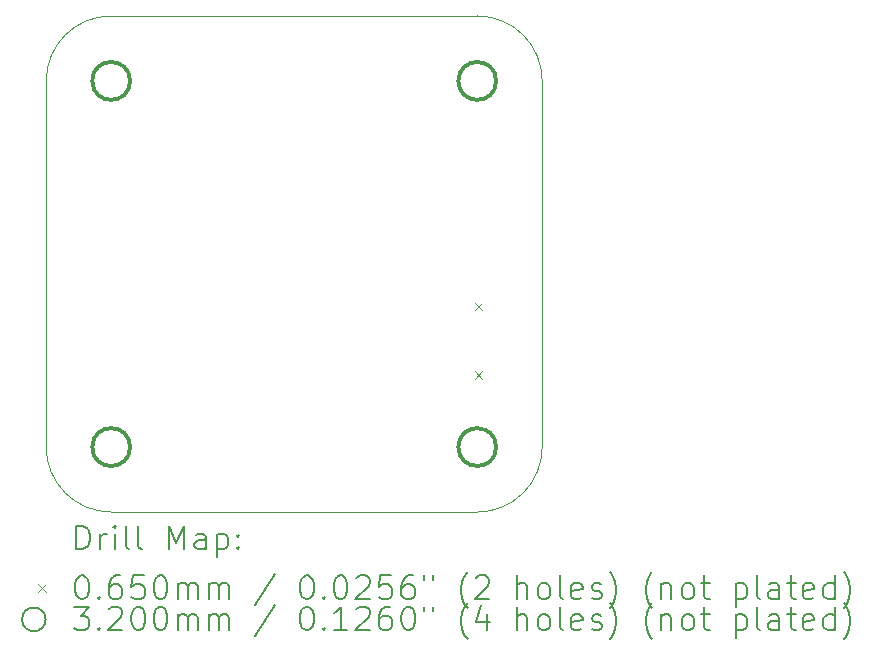
<source format=gbr>
%TF.GenerationSoftware,KiCad,Pcbnew,7.0.6*%
%TF.CreationDate,2024-02-29T20:21:02-05:00*%
%TF.ProjectId,Axis_Basic,41786973-5f42-4617-9369-632e6b696361,rev?*%
%TF.SameCoordinates,Original*%
%TF.FileFunction,Drillmap*%
%TF.FilePolarity,Positive*%
%FSLAX45Y45*%
G04 Gerber Fmt 4.5, Leading zero omitted, Abs format (unit mm)*
G04 Created by KiCad (PCBNEW 7.0.6) date 2024-02-29 20:21:02*
%MOMM*%
%LPD*%
G01*
G04 APERTURE LIST*
%ADD10C,0.100000*%
%ADD11C,0.200000*%
%ADD12C,0.065000*%
%ADD13C,0.320000*%
G04 APERTURE END LIST*
D10*
X12900000Y-11550000D02*
G75*
G03*
X13450000Y-12100000I550000J0D01*
G01*
X17100000Y-8450000D02*
G75*
G03*
X16550000Y-7900000I-550000J0D01*
G01*
X13450000Y-7900000D02*
G75*
G03*
X12900000Y-8450000I0J-550000D01*
G01*
X13450000Y-7900000D02*
X16550000Y-7900000D01*
X16550000Y-12100000D02*
G75*
G03*
X17100000Y-11550000I0J550000D01*
G01*
X17100000Y-8450000D02*
X17100000Y-11550000D01*
X16550000Y-12100000D02*
X13450000Y-12100000D01*
X12900000Y-11550000D02*
X12900000Y-8450000D01*
D11*
D12*
X16527000Y-10328500D02*
X16592000Y-10393500D01*
X16592000Y-10328500D02*
X16527000Y-10393500D01*
X16527000Y-10906500D02*
X16592000Y-10971500D01*
X16592000Y-10906500D02*
X16527000Y-10971500D01*
D13*
X13610000Y-8450000D02*
G75*
G03*
X13610000Y-8450000I-160000J0D01*
G01*
X13610000Y-11550000D02*
G75*
G03*
X13610000Y-11550000I-160000J0D01*
G01*
X16710000Y-8450000D02*
G75*
G03*
X16710000Y-8450000I-160000J0D01*
G01*
X16710000Y-11550000D02*
G75*
G03*
X16710000Y-11550000I-160000J0D01*
G01*
D11*
X13155777Y-12416484D02*
X13155777Y-12216484D01*
X13155777Y-12216484D02*
X13203396Y-12216484D01*
X13203396Y-12216484D02*
X13231967Y-12226008D01*
X13231967Y-12226008D02*
X13251015Y-12245055D01*
X13251015Y-12245055D02*
X13260539Y-12264103D01*
X13260539Y-12264103D02*
X13270062Y-12302198D01*
X13270062Y-12302198D02*
X13270062Y-12330769D01*
X13270062Y-12330769D02*
X13260539Y-12368865D01*
X13260539Y-12368865D02*
X13251015Y-12387912D01*
X13251015Y-12387912D02*
X13231967Y-12406960D01*
X13231967Y-12406960D02*
X13203396Y-12416484D01*
X13203396Y-12416484D02*
X13155777Y-12416484D01*
X13355777Y-12416484D02*
X13355777Y-12283150D01*
X13355777Y-12321246D02*
X13365301Y-12302198D01*
X13365301Y-12302198D02*
X13374824Y-12292674D01*
X13374824Y-12292674D02*
X13393872Y-12283150D01*
X13393872Y-12283150D02*
X13412920Y-12283150D01*
X13479586Y-12416484D02*
X13479586Y-12283150D01*
X13479586Y-12216484D02*
X13470062Y-12226008D01*
X13470062Y-12226008D02*
X13479586Y-12235531D01*
X13479586Y-12235531D02*
X13489110Y-12226008D01*
X13489110Y-12226008D02*
X13479586Y-12216484D01*
X13479586Y-12216484D02*
X13479586Y-12235531D01*
X13603396Y-12416484D02*
X13584348Y-12406960D01*
X13584348Y-12406960D02*
X13574824Y-12387912D01*
X13574824Y-12387912D02*
X13574824Y-12216484D01*
X13708158Y-12416484D02*
X13689110Y-12406960D01*
X13689110Y-12406960D02*
X13679586Y-12387912D01*
X13679586Y-12387912D02*
X13679586Y-12216484D01*
X13936729Y-12416484D02*
X13936729Y-12216484D01*
X13936729Y-12216484D02*
X14003396Y-12359341D01*
X14003396Y-12359341D02*
X14070062Y-12216484D01*
X14070062Y-12216484D02*
X14070062Y-12416484D01*
X14251015Y-12416484D02*
X14251015Y-12311722D01*
X14251015Y-12311722D02*
X14241491Y-12292674D01*
X14241491Y-12292674D02*
X14222443Y-12283150D01*
X14222443Y-12283150D02*
X14184348Y-12283150D01*
X14184348Y-12283150D02*
X14165301Y-12292674D01*
X14251015Y-12406960D02*
X14231967Y-12416484D01*
X14231967Y-12416484D02*
X14184348Y-12416484D01*
X14184348Y-12416484D02*
X14165301Y-12406960D01*
X14165301Y-12406960D02*
X14155777Y-12387912D01*
X14155777Y-12387912D02*
X14155777Y-12368865D01*
X14155777Y-12368865D02*
X14165301Y-12349817D01*
X14165301Y-12349817D02*
X14184348Y-12340293D01*
X14184348Y-12340293D02*
X14231967Y-12340293D01*
X14231967Y-12340293D02*
X14251015Y-12330769D01*
X14346253Y-12283150D02*
X14346253Y-12483150D01*
X14346253Y-12292674D02*
X14365301Y-12283150D01*
X14365301Y-12283150D02*
X14403396Y-12283150D01*
X14403396Y-12283150D02*
X14422443Y-12292674D01*
X14422443Y-12292674D02*
X14431967Y-12302198D01*
X14431967Y-12302198D02*
X14441491Y-12321246D01*
X14441491Y-12321246D02*
X14441491Y-12378388D01*
X14441491Y-12378388D02*
X14431967Y-12397436D01*
X14431967Y-12397436D02*
X14422443Y-12406960D01*
X14422443Y-12406960D02*
X14403396Y-12416484D01*
X14403396Y-12416484D02*
X14365301Y-12416484D01*
X14365301Y-12416484D02*
X14346253Y-12406960D01*
X14527205Y-12397436D02*
X14536729Y-12406960D01*
X14536729Y-12406960D02*
X14527205Y-12416484D01*
X14527205Y-12416484D02*
X14517682Y-12406960D01*
X14517682Y-12406960D02*
X14527205Y-12397436D01*
X14527205Y-12397436D02*
X14527205Y-12416484D01*
X14527205Y-12292674D02*
X14536729Y-12302198D01*
X14536729Y-12302198D02*
X14527205Y-12311722D01*
X14527205Y-12311722D02*
X14517682Y-12302198D01*
X14517682Y-12302198D02*
X14527205Y-12292674D01*
X14527205Y-12292674D02*
X14527205Y-12311722D01*
D12*
X12830000Y-12712500D02*
X12895000Y-12777500D01*
X12895000Y-12712500D02*
X12830000Y-12777500D01*
D11*
X13193872Y-12636484D02*
X13212920Y-12636484D01*
X13212920Y-12636484D02*
X13231967Y-12646008D01*
X13231967Y-12646008D02*
X13241491Y-12655531D01*
X13241491Y-12655531D02*
X13251015Y-12674579D01*
X13251015Y-12674579D02*
X13260539Y-12712674D01*
X13260539Y-12712674D02*
X13260539Y-12760293D01*
X13260539Y-12760293D02*
X13251015Y-12798388D01*
X13251015Y-12798388D02*
X13241491Y-12817436D01*
X13241491Y-12817436D02*
X13231967Y-12826960D01*
X13231967Y-12826960D02*
X13212920Y-12836484D01*
X13212920Y-12836484D02*
X13193872Y-12836484D01*
X13193872Y-12836484D02*
X13174824Y-12826960D01*
X13174824Y-12826960D02*
X13165301Y-12817436D01*
X13165301Y-12817436D02*
X13155777Y-12798388D01*
X13155777Y-12798388D02*
X13146253Y-12760293D01*
X13146253Y-12760293D02*
X13146253Y-12712674D01*
X13146253Y-12712674D02*
X13155777Y-12674579D01*
X13155777Y-12674579D02*
X13165301Y-12655531D01*
X13165301Y-12655531D02*
X13174824Y-12646008D01*
X13174824Y-12646008D02*
X13193872Y-12636484D01*
X13346253Y-12817436D02*
X13355777Y-12826960D01*
X13355777Y-12826960D02*
X13346253Y-12836484D01*
X13346253Y-12836484D02*
X13336729Y-12826960D01*
X13336729Y-12826960D02*
X13346253Y-12817436D01*
X13346253Y-12817436D02*
X13346253Y-12836484D01*
X13527205Y-12636484D02*
X13489110Y-12636484D01*
X13489110Y-12636484D02*
X13470062Y-12646008D01*
X13470062Y-12646008D02*
X13460539Y-12655531D01*
X13460539Y-12655531D02*
X13441491Y-12684103D01*
X13441491Y-12684103D02*
X13431967Y-12722198D01*
X13431967Y-12722198D02*
X13431967Y-12798388D01*
X13431967Y-12798388D02*
X13441491Y-12817436D01*
X13441491Y-12817436D02*
X13451015Y-12826960D01*
X13451015Y-12826960D02*
X13470062Y-12836484D01*
X13470062Y-12836484D02*
X13508158Y-12836484D01*
X13508158Y-12836484D02*
X13527205Y-12826960D01*
X13527205Y-12826960D02*
X13536729Y-12817436D01*
X13536729Y-12817436D02*
X13546253Y-12798388D01*
X13546253Y-12798388D02*
X13546253Y-12750769D01*
X13546253Y-12750769D02*
X13536729Y-12731722D01*
X13536729Y-12731722D02*
X13527205Y-12722198D01*
X13527205Y-12722198D02*
X13508158Y-12712674D01*
X13508158Y-12712674D02*
X13470062Y-12712674D01*
X13470062Y-12712674D02*
X13451015Y-12722198D01*
X13451015Y-12722198D02*
X13441491Y-12731722D01*
X13441491Y-12731722D02*
X13431967Y-12750769D01*
X13727205Y-12636484D02*
X13631967Y-12636484D01*
X13631967Y-12636484D02*
X13622443Y-12731722D01*
X13622443Y-12731722D02*
X13631967Y-12722198D01*
X13631967Y-12722198D02*
X13651015Y-12712674D01*
X13651015Y-12712674D02*
X13698634Y-12712674D01*
X13698634Y-12712674D02*
X13717682Y-12722198D01*
X13717682Y-12722198D02*
X13727205Y-12731722D01*
X13727205Y-12731722D02*
X13736729Y-12750769D01*
X13736729Y-12750769D02*
X13736729Y-12798388D01*
X13736729Y-12798388D02*
X13727205Y-12817436D01*
X13727205Y-12817436D02*
X13717682Y-12826960D01*
X13717682Y-12826960D02*
X13698634Y-12836484D01*
X13698634Y-12836484D02*
X13651015Y-12836484D01*
X13651015Y-12836484D02*
X13631967Y-12826960D01*
X13631967Y-12826960D02*
X13622443Y-12817436D01*
X13860539Y-12636484D02*
X13879586Y-12636484D01*
X13879586Y-12636484D02*
X13898634Y-12646008D01*
X13898634Y-12646008D02*
X13908158Y-12655531D01*
X13908158Y-12655531D02*
X13917682Y-12674579D01*
X13917682Y-12674579D02*
X13927205Y-12712674D01*
X13927205Y-12712674D02*
X13927205Y-12760293D01*
X13927205Y-12760293D02*
X13917682Y-12798388D01*
X13917682Y-12798388D02*
X13908158Y-12817436D01*
X13908158Y-12817436D02*
X13898634Y-12826960D01*
X13898634Y-12826960D02*
X13879586Y-12836484D01*
X13879586Y-12836484D02*
X13860539Y-12836484D01*
X13860539Y-12836484D02*
X13841491Y-12826960D01*
X13841491Y-12826960D02*
X13831967Y-12817436D01*
X13831967Y-12817436D02*
X13822443Y-12798388D01*
X13822443Y-12798388D02*
X13812920Y-12760293D01*
X13812920Y-12760293D02*
X13812920Y-12712674D01*
X13812920Y-12712674D02*
X13822443Y-12674579D01*
X13822443Y-12674579D02*
X13831967Y-12655531D01*
X13831967Y-12655531D02*
X13841491Y-12646008D01*
X13841491Y-12646008D02*
X13860539Y-12636484D01*
X14012920Y-12836484D02*
X14012920Y-12703150D01*
X14012920Y-12722198D02*
X14022443Y-12712674D01*
X14022443Y-12712674D02*
X14041491Y-12703150D01*
X14041491Y-12703150D02*
X14070063Y-12703150D01*
X14070063Y-12703150D02*
X14089110Y-12712674D01*
X14089110Y-12712674D02*
X14098634Y-12731722D01*
X14098634Y-12731722D02*
X14098634Y-12836484D01*
X14098634Y-12731722D02*
X14108158Y-12712674D01*
X14108158Y-12712674D02*
X14127205Y-12703150D01*
X14127205Y-12703150D02*
X14155777Y-12703150D01*
X14155777Y-12703150D02*
X14174824Y-12712674D01*
X14174824Y-12712674D02*
X14184348Y-12731722D01*
X14184348Y-12731722D02*
X14184348Y-12836484D01*
X14279586Y-12836484D02*
X14279586Y-12703150D01*
X14279586Y-12722198D02*
X14289110Y-12712674D01*
X14289110Y-12712674D02*
X14308158Y-12703150D01*
X14308158Y-12703150D02*
X14336729Y-12703150D01*
X14336729Y-12703150D02*
X14355777Y-12712674D01*
X14355777Y-12712674D02*
X14365301Y-12731722D01*
X14365301Y-12731722D02*
X14365301Y-12836484D01*
X14365301Y-12731722D02*
X14374824Y-12712674D01*
X14374824Y-12712674D02*
X14393872Y-12703150D01*
X14393872Y-12703150D02*
X14422443Y-12703150D01*
X14422443Y-12703150D02*
X14441491Y-12712674D01*
X14441491Y-12712674D02*
X14451015Y-12731722D01*
X14451015Y-12731722D02*
X14451015Y-12836484D01*
X14841491Y-12626960D02*
X14670063Y-12884103D01*
X15098634Y-12636484D02*
X15117682Y-12636484D01*
X15117682Y-12636484D02*
X15136729Y-12646008D01*
X15136729Y-12646008D02*
X15146253Y-12655531D01*
X15146253Y-12655531D02*
X15155777Y-12674579D01*
X15155777Y-12674579D02*
X15165301Y-12712674D01*
X15165301Y-12712674D02*
X15165301Y-12760293D01*
X15165301Y-12760293D02*
X15155777Y-12798388D01*
X15155777Y-12798388D02*
X15146253Y-12817436D01*
X15146253Y-12817436D02*
X15136729Y-12826960D01*
X15136729Y-12826960D02*
X15117682Y-12836484D01*
X15117682Y-12836484D02*
X15098634Y-12836484D01*
X15098634Y-12836484D02*
X15079586Y-12826960D01*
X15079586Y-12826960D02*
X15070063Y-12817436D01*
X15070063Y-12817436D02*
X15060539Y-12798388D01*
X15060539Y-12798388D02*
X15051015Y-12760293D01*
X15051015Y-12760293D02*
X15051015Y-12712674D01*
X15051015Y-12712674D02*
X15060539Y-12674579D01*
X15060539Y-12674579D02*
X15070063Y-12655531D01*
X15070063Y-12655531D02*
X15079586Y-12646008D01*
X15079586Y-12646008D02*
X15098634Y-12636484D01*
X15251015Y-12817436D02*
X15260539Y-12826960D01*
X15260539Y-12826960D02*
X15251015Y-12836484D01*
X15251015Y-12836484D02*
X15241491Y-12826960D01*
X15241491Y-12826960D02*
X15251015Y-12817436D01*
X15251015Y-12817436D02*
X15251015Y-12836484D01*
X15384348Y-12636484D02*
X15403396Y-12636484D01*
X15403396Y-12636484D02*
X15422444Y-12646008D01*
X15422444Y-12646008D02*
X15431967Y-12655531D01*
X15431967Y-12655531D02*
X15441491Y-12674579D01*
X15441491Y-12674579D02*
X15451015Y-12712674D01*
X15451015Y-12712674D02*
X15451015Y-12760293D01*
X15451015Y-12760293D02*
X15441491Y-12798388D01*
X15441491Y-12798388D02*
X15431967Y-12817436D01*
X15431967Y-12817436D02*
X15422444Y-12826960D01*
X15422444Y-12826960D02*
X15403396Y-12836484D01*
X15403396Y-12836484D02*
X15384348Y-12836484D01*
X15384348Y-12836484D02*
X15365301Y-12826960D01*
X15365301Y-12826960D02*
X15355777Y-12817436D01*
X15355777Y-12817436D02*
X15346253Y-12798388D01*
X15346253Y-12798388D02*
X15336729Y-12760293D01*
X15336729Y-12760293D02*
X15336729Y-12712674D01*
X15336729Y-12712674D02*
X15346253Y-12674579D01*
X15346253Y-12674579D02*
X15355777Y-12655531D01*
X15355777Y-12655531D02*
X15365301Y-12646008D01*
X15365301Y-12646008D02*
X15384348Y-12636484D01*
X15527206Y-12655531D02*
X15536729Y-12646008D01*
X15536729Y-12646008D02*
X15555777Y-12636484D01*
X15555777Y-12636484D02*
X15603396Y-12636484D01*
X15603396Y-12636484D02*
X15622444Y-12646008D01*
X15622444Y-12646008D02*
X15631967Y-12655531D01*
X15631967Y-12655531D02*
X15641491Y-12674579D01*
X15641491Y-12674579D02*
X15641491Y-12693627D01*
X15641491Y-12693627D02*
X15631967Y-12722198D01*
X15631967Y-12722198D02*
X15517682Y-12836484D01*
X15517682Y-12836484D02*
X15641491Y-12836484D01*
X15822444Y-12636484D02*
X15727206Y-12636484D01*
X15727206Y-12636484D02*
X15717682Y-12731722D01*
X15717682Y-12731722D02*
X15727206Y-12722198D01*
X15727206Y-12722198D02*
X15746253Y-12712674D01*
X15746253Y-12712674D02*
X15793872Y-12712674D01*
X15793872Y-12712674D02*
X15812920Y-12722198D01*
X15812920Y-12722198D02*
X15822444Y-12731722D01*
X15822444Y-12731722D02*
X15831967Y-12750769D01*
X15831967Y-12750769D02*
X15831967Y-12798388D01*
X15831967Y-12798388D02*
X15822444Y-12817436D01*
X15822444Y-12817436D02*
X15812920Y-12826960D01*
X15812920Y-12826960D02*
X15793872Y-12836484D01*
X15793872Y-12836484D02*
X15746253Y-12836484D01*
X15746253Y-12836484D02*
X15727206Y-12826960D01*
X15727206Y-12826960D02*
X15717682Y-12817436D01*
X16003396Y-12636484D02*
X15965301Y-12636484D01*
X15965301Y-12636484D02*
X15946253Y-12646008D01*
X15946253Y-12646008D02*
X15936729Y-12655531D01*
X15936729Y-12655531D02*
X15917682Y-12684103D01*
X15917682Y-12684103D02*
X15908158Y-12722198D01*
X15908158Y-12722198D02*
X15908158Y-12798388D01*
X15908158Y-12798388D02*
X15917682Y-12817436D01*
X15917682Y-12817436D02*
X15927206Y-12826960D01*
X15927206Y-12826960D02*
X15946253Y-12836484D01*
X15946253Y-12836484D02*
X15984348Y-12836484D01*
X15984348Y-12836484D02*
X16003396Y-12826960D01*
X16003396Y-12826960D02*
X16012920Y-12817436D01*
X16012920Y-12817436D02*
X16022444Y-12798388D01*
X16022444Y-12798388D02*
X16022444Y-12750769D01*
X16022444Y-12750769D02*
X16012920Y-12731722D01*
X16012920Y-12731722D02*
X16003396Y-12722198D01*
X16003396Y-12722198D02*
X15984348Y-12712674D01*
X15984348Y-12712674D02*
X15946253Y-12712674D01*
X15946253Y-12712674D02*
X15927206Y-12722198D01*
X15927206Y-12722198D02*
X15917682Y-12731722D01*
X15917682Y-12731722D02*
X15908158Y-12750769D01*
X16098634Y-12636484D02*
X16098634Y-12674579D01*
X16174825Y-12636484D02*
X16174825Y-12674579D01*
X16470063Y-12912674D02*
X16460539Y-12903150D01*
X16460539Y-12903150D02*
X16441491Y-12874579D01*
X16441491Y-12874579D02*
X16431968Y-12855531D01*
X16431968Y-12855531D02*
X16422444Y-12826960D01*
X16422444Y-12826960D02*
X16412920Y-12779341D01*
X16412920Y-12779341D02*
X16412920Y-12741246D01*
X16412920Y-12741246D02*
X16422444Y-12693627D01*
X16422444Y-12693627D02*
X16431968Y-12665055D01*
X16431968Y-12665055D02*
X16441491Y-12646008D01*
X16441491Y-12646008D02*
X16460539Y-12617436D01*
X16460539Y-12617436D02*
X16470063Y-12607912D01*
X16536729Y-12655531D02*
X16546253Y-12646008D01*
X16546253Y-12646008D02*
X16565301Y-12636484D01*
X16565301Y-12636484D02*
X16612920Y-12636484D01*
X16612920Y-12636484D02*
X16631968Y-12646008D01*
X16631968Y-12646008D02*
X16641491Y-12655531D01*
X16641491Y-12655531D02*
X16651015Y-12674579D01*
X16651015Y-12674579D02*
X16651015Y-12693627D01*
X16651015Y-12693627D02*
X16641491Y-12722198D01*
X16641491Y-12722198D02*
X16527206Y-12836484D01*
X16527206Y-12836484D02*
X16651015Y-12836484D01*
X16889111Y-12836484D02*
X16889111Y-12636484D01*
X16974825Y-12836484D02*
X16974825Y-12731722D01*
X16974825Y-12731722D02*
X16965301Y-12712674D01*
X16965301Y-12712674D02*
X16946253Y-12703150D01*
X16946253Y-12703150D02*
X16917682Y-12703150D01*
X16917682Y-12703150D02*
X16898634Y-12712674D01*
X16898634Y-12712674D02*
X16889111Y-12722198D01*
X17098634Y-12836484D02*
X17079587Y-12826960D01*
X17079587Y-12826960D02*
X17070063Y-12817436D01*
X17070063Y-12817436D02*
X17060539Y-12798388D01*
X17060539Y-12798388D02*
X17060539Y-12741246D01*
X17060539Y-12741246D02*
X17070063Y-12722198D01*
X17070063Y-12722198D02*
X17079587Y-12712674D01*
X17079587Y-12712674D02*
X17098634Y-12703150D01*
X17098634Y-12703150D02*
X17127206Y-12703150D01*
X17127206Y-12703150D02*
X17146253Y-12712674D01*
X17146253Y-12712674D02*
X17155777Y-12722198D01*
X17155777Y-12722198D02*
X17165301Y-12741246D01*
X17165301Y-12741246D02*
X17165301Y-12798388D01*
X17165301Y-12798388D02*
X17155777Y-12817436D01*
X17155777Y-12817436D02*
X17146253Y-12826960D01*
X17146253Y-12826960D02*
X17127206Y-12836484D01*
X17127206Y-12836484D02*
X17098634Y-12836484D01*
X17279587Y-12836484D02*
X17260539Y-12826960D01*
X17260539Y-12826960D02*
X17251015Y-12807912D01*
X17251015Y-12807912D02*
X17251015Y-12636484D01*
X17431968Y-12826960D02*
X17412920Y-12836484D01*
X17412920Y-12836484D02*
X17374825Y-12836484D01*
X17374825Y-12836484D02*
X17355777Y-12826960D01*
X17355777Y-12826960D02*
X17346253Y-12807912D01*
X17346253Y-12807912D02*
X17346253Y-12731722D01*
X17346253Y-12731722D02*
X17355777Y-12712674D01*
X17355777Y-12712674D02*
X17374825Y-12703150D01*
X17374825Y-12703150D02*
X17412920Y-12703150D01*
X17412920Y-12703150D02*
X17431968Y-12712674D01*
X17431968Y-12712674D02*
X17441492Y-12731722D01*
X17441492Y-12731722D02*
X17441492Y-12750769D01*
X17441492Y-12750769D02*
X17346253Y-12769817D01*
X17517682Y-12826960D02*
X17536730Y-12836484D01*
X17536730Y-12836484D02*
X17574825Y-12836484D01*
X17574825Y-12836484D02*
X17593873Y-12826960D01*
X17593873Y-12826960D02*
X17603396Y-12807912D01*
X17603396Y-12807912D02*
X17603396Y-12798388D01*
X17603396Y-12798388D02*
X17593873Y-12779341D01*
X17593873Y-12779341D02*
X17574825Y-12769817D01*
X17574825Y-12769817D02*
X17546253Y-12769817D01*
X17546253Y-12769817D02*
X17527206Y-12760293D01*
X17527206Y-12760293D02*
X17517682Y-12741246D01*
X17517682Y-12741246D02*
X17517682Y-12731722D01*
X17517682Y-12731722D02*
X17527206Y-12712674D01*
X17527206Y-12712674D02*
X17546253Y-12703150D01*
X17546253Y-12703150D02*
X17574825Y-12703150D01*
X17574825Y-12703150D02*
X17593873Y-12712674D01*
X17670063Y-12912674D02*
X17679587Y-12903150D01*
X17679587Y-12903150D02*
X17698634Y-12874579D01*
X17698634Y-12874579D02*
X17708158Y-12855531D01*
X17708158Y-12855531D02*
X17717682Y-12826960D01*
X17717682Y-12826960D02*
X17727206Y-12779341D01*
X17727206Y-12779341D02*
X17727206Y-12741246D01*
X17727206Y-12741246D02*
X17717682Y-12693627D01*
X17717682Y-12693627D02*
X17708158Y-12665055D01*
X17708158Y-12665055D02*
X17698634Y-12646008D01*
X17698634Y-12646008D02*
X17679587Y-12617436D01*
X17679587Y-12617436D02*
X17670063Y-12607912D01*
X18031968Y-12912674D02*
X18022444Y-12903150D01*
X18022444Y-12903150D02*
X18003396Y-12874579D01*
X18003396Y-12874579D02*
X17993873Y-12855531D01*
X17993873Y-12855531D02*
X17984349Y-12826960D01*
X17984349Y-12826960D02*
X17974825Y-12779341D01*
X17974825Y-12779341D02*
X17974825Y-12741246D01*
X17974825Y-12741246D02*
X17984349Y-12693627D01*
X17984349Y-12693627D02*
X17993873Y-12665055D01*
X17993873Y-12665055D02*
X18003396Y-12646008D01*
X18003396Y-12646008D02*
X18022444Y-12617436D01*
X18022444Y-12617436D02*
X18031968Y-12607912D01*
X18108158Y-12703150D02*
X18108158Y-12836484D01*
X18108158Y-12722198D02*
X18117682Y-12712674D01*
X18117682Y-12712674D02*
X18136730Y-12703150D01*
X18136730Y-12703150D02*
X18165301Y-12703150D01*
X18165301Y-12703150D02*
X18184349Y-12712674D01*
X18184349Y-12712674D02*
X18193873Y-12731722D01*
X18193873Y-12731722D02*
X18193873Y-12836484D01*
X18317682Y-12836484D02*
X18298634Y-12826960D01*
X18298634Y-12826960D02*
X18289111Y-12817436D01*
X18289111Y-12817436D02*
X18279587Y-12798388D01*
X18279587Y-12798388D02*
X18279587Y-12741246D01*
X18279587Y-12741246D02*
X18289111Y-12722198D01*
X18289111Y-12722198D02*
X18298634Y-12712674D01*
X18298634Y-12712674D02*
X18317682Y-12703150D01*
X18317682Y-12703150D02*
X18346254Y-12703150D01*
X18346254Y-12703150D02*
X18365301Y-12712674D01*
X18365301Y-12712674D02*
X18374825Y-12722198D01*
X18374825Y-12722198D02*
X18384349Y-12741246D01*
X18384349Y-12741246D02*
X18384349Y-12798388D01*
X18384349Y-12798388D02*
X18374825Y-12817436D01*
X18374825Y-12817436D02*
X18365301Y-12826960D01*
X18365301Y-12826960D02*
X18346254Y-12836484D01*
X18346254Y-12836484D02*
X18317682Y-12836484D01*
X18441492Y-12703150D02*
X18517682Y-12703150D01*
X18470063Y-12636484D02*
X18470063Y-12807912D01*
X18470063Y-12807912D02*
X18479587Y-12826960D01*
X18479587Y-12826960D02*
X18498634Y-12836484D01*
X18498634Y-12836484D02*
X18517682Y-12836484D01*
X18736730Y-12703150D02*
X18736730Y-12903150D01*
X18736730Y-12712674D02*
X18755777Y-12703150D01*
X18755777Y-12703150D02*
X18793873Y-12703150D01*
X18793873Y-12703150D02*
X18812920Y-12712674D01*
X18812920Y-12712674D02*
X18822444Y-12722198D01*
X18822444Y-12722198D02*
X18831968Y-12741246D01*
X18831968Y-12741246D02*
X18831968Y-12798388D01*
X18831968Y-12798388D02*
X18822444Y-12817436D01*
X18822444Y-12817436D02*
X18812920Y-12826960D01*
X18812920Y-12826960D02*
X18793873Y-12836484D01*
X18793873Y-12836484D02*
X18755777Y-12836484D01*
X18755777Y-12836484D02*
X18736730Y-12826960D01*
X18946254Y-12836484D02*
X18927206Y-12826960D01*
X18927206Y-12826960D02*
X18917682Y-12807912D01*
X18917682Y-12807912D02*
X18917682Y-12636484D01*
X19108158Y-12836484D02*
X19108158Y-12731722D01*
X19108158Y-12731722D02*
X19098635Y-12712674D01*
X19098635Y-12712674D02*
X19079587Y-12703150D01*
X19079587Y-12703150D02*
X19041492Y-12703150D01*
X19041492Y-12703150D02*
X19022444Y-12712674D01*
X19108158Y-12826960D02*
X19089111Y-12836484D01*
X19089111Y-12836484D02*
X19041492Y-12836484D01*
X19041492Y-12836484D02*
X19022444Y-12826960D01*
X19022444Y-12826960D02*
X19012920Y-12807912D01*
X19012920Y-12807912D02*
X19012920Y-12788865D01*
X19012920Y-12788865D02*
X19022444Y-12769817D01*
X19022444Y-12769817D02*
X19041492Y-12760293D01*
X19041492Y-12760293D02*
X19089111Y-12760293D01*
X19089111Y-12760293D02*
X19108158Y-12750769D01*
X19174825Y-12703150D02*
X19251015Y-12703150D01*
X19203396Y-12636484D02*
X19203396Y-12807912D01*
X19203396Y-12807912D02*
X19212920Y-12826960D01*
X19212920Y-12826960D02*
X19231968Y-12836484D01*
X19231968Y-12836484D02*
X19251015Y-12836484D01*
X19393873Y-12826960D02*
X19374825Y-12836484D01*
X19374825Y-12836484D02*
X19336730Y-12836484D01*
X19336730Y-12836484D02*
X19317682Y-12826960D01*
X19317682Y-12826960D02*
X19308158Y-12807912D01*
X19308158Y-12807912D02*
X19308158Y-12731722D01*
X19308158Y-12731722D02*
X19317682Y-12712674D01*
X19317682Y-12712674D02*
X19336730Y-12703150D01*
X19336730Y-12703150D02*
X19374825Y-12703150D01*
X19374825Y-12703150D02*
X19393873Y-12712674D01*
X19393873Y-12712674D02*
X19403396Y-12731722D01*
X19403396Y-12731722D02*
X19403396Y-12750769D01*
X19403396Y-12750769D02*
X19308158Y-12769817D01*
X19574825Y-12836484D02*
X19574825Y-12636484D01*
X19574825Y-12826960D02*
X19555777Y-12836484D01*
X19555777Y-12836484D02*
X19517682Y-12836484D01*
X19517682Y-12836484D02*
X19498635Y-12826960D01*
X19498635Y-12826960D02*
X19489111Y-12817436D01*
X19489111Y-12817436D02*
X19479587Y-12798388D01*
X19479587Y-12798388D02*
X19479587Y-12741246D01*
X19479587Y-12741246D02*
X19489111Y-12722198D01*
X19489111Y-12722198D02*
X19498635Y-12712674D01*
X19498635Y-12712674D02*
X19517682Y-12703150D01*
X19517682Y-12703150D02*
X19555777Y-12703150D01*
X19555777Y-12703150D02*
X19574825Y-12712674D01*
X19651016Y-12912674D02*
X19660539Y-12903150D01*
X19660539Y-12903150D02*
X19679587Y-12874579D01*
X19679587Y-12874579D02*
X19689111Y-12855531D01*
X19689111Y-12855531D02*
X19698635Y-12826960D01*
X19698635Y-12826960D02*
X19708158Y-12779341D01*
X19708158Y-12779341D02*
X19708158Y-12741246D01*
X19708158Y-12741246D02*
X19698635Y-12693627D01*
X19698635Y-12693627D02*
X19689111Y-12665055D01*
X19689111Y-12665055D02*
X19679587Y-12646008D01*
X19679587Y-12646008D02*
X19660539Y-12617436D01*
X19660539Y-12617436D02*
X19651016Y-12607912D01*
X12895000Y-13009000D02*
G75*
G03*
X12895000Y-13009000I-100000J0D01*
G01*
X13136729Y-12900484D02*
X13260539Y-12900484D01*
X13260539Y-12900484D02*
X13193872Y-12976674D01*
X13193872Y-12976674D02*
X13222443Y-12976674D01*
X13222443Y-12976674D02*
X13241491Y-12986198D01*
X13241491Y-12986198D02*
X13251015Y-12995722D01*
X13251015Y-12995722D02*
X13260539Y-13014769D01*
X13260539Y-13014769D02*
X13260539Y-13062388D01*
X13260539Y-13062388D02*
X13251015Y-13081436D01*
X13251015Y-13081436D02*
X13241491Y-13090960D01*
X13241491Y-13090960D02*
X13222443Y-13100484D01*
X13222443Y-13100484D02*
X13165301Y-13100484D01*
X13165301Y-13100484D02*
X13146253Y-13090960D01*
X13146253Y-13090960D02*
X13136729Y-13081436D01*
X13346253Y-13081436D02*
X13355777Y-13090960D01*
X13355777Y-13090960D02*
X13346253Y-13100484D01*
X13346253Y-13100484D02*
X13336729Y-13090960D01*
X13336729Y-13090960D02*
X13346253Y-13081436D01*
X13346253Y-13081436D02*
X13346253Y-13100484D01*
X13431967Y-12919531D02*
X13441491Y-12910008D01*
X13441491Y-12910008D02*
X13460539Y-12900484D01*
X13460539Y-12900484D02*
X13508158Y-12900484D01*
X13508158Y-12900484D02*
X13527205Y-12910008D01*
X13527205Y-12910008D02*
X13536729Y-12919531D01*
X13536729Y-12919531D02*
X13546253Y-12938579D01*
X13546253Y-12938579D02*
X13546253Y-12957627D01*
X13546253Y-12957627D02*
X13536729Y-12986198D01*
X13536729Y-12986198D02*
X13422443Y-13100484D01*
X13422443Y-13100484D02*
X13546253Y-13100484D01*
X13670062Y-12900484D02*
X13689110Y-12900484D01*
X13689110Y-12900484D02*
X13708158Y-12910008D01*
X13708158Y-12910008D02*
X13717682Y-12919531D01*
X13717682Y-12919531D02*
X13727205Y-12938579D01*
X13727205Y-12938579D02*
X13736729Y-12976674D01*
X13736729Y-12976674D02*
X13736729Y-13024293D01*
X13736729Y-13024293D02*
X13727205Y-13062388D01*
X13727205Y-13062388D02*
X13717682Y-13081436D01*
X13717682Y-13081436D02*
X13708158Y-13090960D01*
X13708158Y-13090960D02*
X13689110Y-13100484D01*
X13689110Y-13100484D02*
X13670062Y-13100484D01*
X13670062Y-13100484D02*
X13651015Y-13090960D01*
X13651015Y-13090960D02*
X13641491Y-13081436D01*
X13641491Y-13081436D02*
X13631967Y-13062388D01*
X13631967Y-13062388D02*
X13622443Y-13024293D01*
X13622443Y-13024293D02*
X13622443Y-12976674D01*
X13622443Y-12976674D02*
X13631967Y-12938579D01*
X13631967Y-12938579D02*
X13641491Y-12919531D01*
X13641491Y-12919531D02*
X13651015Y-12910008D01*
X13651015Y-12910008D02*
X13670062Y-12900484D01*
X13860539Y-12900484D02*
X13879586Y-12900484D01*
X13879586Y-12900484D02*
X13898634Y-12910008D01*
X13898634Y-12910008D02*
X13908158Y-12919531D01*
X13908158Y-12919531D02*
X13917682Y-12938579D01*
X13917682Y-12938579D02*
X13927205Y-12976674D01*
X13927205Y-12976674D02*
X13927205Y-13024293D01*
X13927205Y-13024293D02*
X13917682Y-13062388D01*
X13917682Y-13062388D02*
X13908158Y-13081436D01*
X13908158Y-13081436D02*
X13898634Y-13090960D01*
X13898634Y-13090960D02*
X13879586Y-13100484D01*
X13879586Y-13100484D02*
X13860539Y-13100484D01*
X13860539Y-13100484D02*
X13841491Y-13090960D01*
X13841491Y-13090960D02*
X13831967Y-13081436D01*
X13831967Y-13081436D02*
X13822443Y-13062388D01*
X13822443Y-13062388D02*
X13812920Y-13024293D01*
X13812920Y-13024293D02*
X13812920Y-12976674D01*
X13812920Y-12976674D02*
X13822443Y-12938579D01*
X13822443Y-12938579D02*
X13831967Y-12919531D01*
X13831967Y-12919531D02*
X13841491Y-12910008D01*
X13841491Y-12910008D02*
X13860539Y-12900484D01*
X14012920Y-13100484D02*
X14012920Y-12967150D01*
X14012920Y-12986198D02*
X14022443Y-12976674D01*
X14022443Y-12976674D02*
X14041491Y-12967150D01*
X14041491Y-12967150D02*
X14070063Y-12967150D01*
X14070063Y-12967150D02*
X14089110Y-12976674D01*
X14089110Y-12976674D02*
X14098634Y-12995722D01*
X14098634Y-12995722D02*
X14098634Y-13100484D01*
X14098634Y-12995722D02*
X14108158Y-12976674D01*
X14108158Y-12976674D02*
X14127205Y-12967150D01*
X14127205Y-12967150D02*
X14155777Y-12967150D01*
X14155777Y-12967150D02*
X14174824Y-12976674D01*
X14174824Y-12976674D02*
X14184348Y-12995722D01*
X14184348Y-12995722D02*
X14184348Y-13100484D01*
X14279586Y-13100484D02*
X14279586Y-12967150D01*
X14279586Y-12986198D02*
X14289110Y-12976674D01*
X14289110Y-12976674D02*
X14308158Y-12967150D01*
X14308158Y-12967150D02*
X14336729Y-12967150D01*
X14336729Y-12967150D02*
X14355777Y-12976674D01*
X14355777Y-12976674D02*
X14365301Y-12995722D01*
X14365301Y-12995722D02*
X14365301Y-13100484D01*
X14365301Y-12995722D02*
X14374824Y-12976674D01*
X14374824Y-12976674D02*
X14393872Y-12967150D01*
X14393872Y-12967150D02*
X14422443Y-12967150D01*
X14422443Y-12967150D02*
X14441491Y-12976674D01*
X14441491Y-12976674D02*
X14451015Y-12995722D01*
X14451015Y-12995722D02*
X14451015Y-13100484D01*
X14841491Y-12890960D02*
X14670063Y-13148103D01*
X15098634Y-12900484D02*
X15117682Y-12900484D01*
X15117682Y-12900484D02*
X15136729Y-12910008D01*
X15136729Y-12910008D02*
X15146253Y-12919531D01*
X15146253Y-12919531D02*
X15155777Y-12938579D01*
X15155777Y-12938579D02*
X15165301Y-12976674D01*
X15165301Y-12976674D02*
X15165301Y-13024293D01*
X15165301Y-13024293D02*
X15155777Y-13062388D01*
X15155777Y-13062388D02*
X15146253Y-13081436D01*
X15146253Y-13081436D02*
X15136729Y-13090960D01*
X15136729Y-13090960D02*
X15117682Y-13100484D01*
X15117682Y-13100484D02*
X15098634Y-13100484D01*
X15098634Y-13100484D02*
X15079586Y-13090960D01*
X15079586Y-13090960D02*
X15070063Y-13081436D01*
X15070063Y-13081436D02*
X15060539Y-13062388D01*
X15060539Y-13062388D02*
X15051015Y-13024293D01*
X15051015Y-13024293D02*
X15051015Y-12976674D01*
X15051015Y-12976674D02*
X15060539Y-12938579D01*
X15060539Y-12938579D02*
X15070063Y-12919531D01*
X15070063Y-12919531D02*
X15079586Y-12910008D01*
X15079586Y-12910008D02*
X15098634Y-12900484D01*
X15251015Y-13081436D02*
X15260539Y-13090960D01*
X15260539Y-13090960D02*
X15251015Y-13100484D01*
X15251015Y-13100484D02*
X15241491Y-13090960D01*
X15241491Y-13090960D02*
X15251015Y-13081436D01*
X15251015Y-13081436D02*
X15251015Y-13100484D01*
X15451015Y-13100484D02*
X15336729Y-13100484D01*
X15393872Y-13100484D02*
X15393872Y-12900484D01*
X15393872Y-12900484D02*
X15374825Y-12929055D01*
X15374825Y-12929055D02*
X15355777Y-12948103D01*
X15355777Y-12948103D02*
X15336729Y-12957627D01*
X15527206Y-12919531D02*
X15536729Y-12910008D01*
X15536729Y-12910008D02*
X15555777Y-12900484D01*
X15555777Y-12900484D02*
X15603396Y-12900484D01*
X15603396Y-12900484D02*
X15622444Y-12910008D01*
X15622444Y-12910008D02*
X15631967Y-12919531D01*
X15631967Y-12919531D02*
X15641491Y-12938579D01*
X15641491Y-12938579D02*
X15641491Y-12957627D01*
X15641491Y-12957627D02*
X15631967Y-12986198D01*
X15631967Y-12986198D02*
X15517682Y-13100484D01*
X15517682Y-13100484D02*
X15641491Y-13100484D01*
X15812920Y-12900484D02*
X15774825Y-12900484D01*
X15774825Y-12900484D02*
X15755777Y-12910008D01*
X15755777Y-12910008D02*
X15746253Y-12919531D01*
X15746253Y-12919531D02*
X15727206Y-12948103D01*
X15727206Y-12948103D02*
X15717682Y-12986198D01*
X15717682Y-12986198D02*
X15717682Y-13062388D01*
X15717682Y-13062388D02*
X15727206Y-13081436D01*
X15727206Y-13081436D02*
X15736729Y-13090960D01*
X15736729Y-13090960D02*
X15755777Y-13100484D01*
X15755777Y-13100484D02*
X15793872Y-13100484D01*
X15793872Y-13100484D02*
X15812920Y-13090960D01*
X15812920Y-13090960D02*
X15822444Y-13081436D01*
X15822444Y-13081436D02*
X15831967Y-13062388D01*
X15831967Y-13062388D02*
X15831967Y-13014769D01*
X15831967Y-13014769D02*
X15822444Y-12995722D01*
X15822444Y-12995722D02*
X15812920Y-12986198D01*
X15812920Y-12986198D02*
X15793872Y-12976674D01*
X15793872Y-12976674D02*
X15755777Y-12976674D01*
X15755777Y-12976674D02*
X15736729Y-12986198D01*
X15736729Y-12986198D02*
X15727206Y-12995722D01*
X15727206Y-12995722D02*
X15717682Y-13014769D01*
X15955777Y-12900484D02*
X15974825Y-12900484D01*
X15974825Y-12900484D02*
X15993872Y-12910008D01*
X15993872Y-12910008D02*
X16003396Y-12919531D01*
X16003396Y-12919531D02*
X16012920Y-12938579D01*
X16012920Y-12938579D02*
X16022444Y-12976674D01*
X16022444Y-12976674D02*
X16022444Y-13024293D01*
X16022444Y-13024293D02*
X16012920Y-13062388D01*
X16012920Y-13062388D02*
X16003396Y-13081436D01*
X16003396Y-13081436D02*
X15993872Y-13090960D01*
X15993872Y-13090960D02*
X15974825Y-13100484D01*
X15974825Y-13100484D02*
X15955777Y-13100484D01*
X15955777Y-13100484D02*
X15936729Y-13090960D01*
X15936729Y-13090960D02*
X15927206Y-13081436D01*
X15927206Y-13081436D02*
X15917682Y-13062388D01*
X15917682Y-13062388D02*
X15908158Y-13024293D01*
X15908158Y-13024293D02*
X15908158Y-12976674D01*
X15908158Y-12976674D02*
X15917682Y-12938579D01*
X15917682Y-12938579D02*
X15927206Y-12919531D01*
X15927206Y-12919531D02*
X15936729Y-12910008D01*
X15936729Y-12910008D02*
X15955777Y-12900484D01*
X16098634Y-12900484D02*
X16098634Y-12938579D01*
X16174825Y-12900484D02*
X16174825Y-12938579D01*
X16470063Y-13176674D02*
X16460539Y-13167150D01*
X16460539Y-13167150D02*
X16441491Y-13138579D01*
X16441491Y-13138579D02*
X16431968Y-13119531D01*
X16431968Y-13119531D02*
X16422444Y-13090960D01*
X16422444Y-13090960D02*
X16412920Y-13043341D01*
X16412920Y-13043341D02*
X16412920Y-13005246D01*
X16412920Y-13005246D02*
X16422444Y-12957627D01*
X16422444Y-12957627D02*
X16431968Y-12929055D01*
X16431968Y-12929055D02*
X16441491Y-12910008D01*
X16441491Y-12910008D02*
X16460539Y-12881436D01*
X16460539Y-12881436D02*
X16470063Y-12871912D01*
X16631968Y-12967150D02*
X16631968Y-13100484D01*
X16584348Y-12890960D02*
X16536729Y-13033817D01*
X16536729Y-13033817D02*
X16660539Y-13033817D01*
X16889111Y-13100484D02*
X16889111Y-12900484D01*
X16974825Y-13100484D02*
X16974825Y-12995722D01*
X16974825Y-12995722D02*
X16965301Y-12976674D01*
X16965301Y-12976674D02*
X16946253Y-12967150D01*
X16946253Y-12967150D02*
X16917682Y-12967150D01*
X16917682Y-12967150D02*
X16898634Y-12976674D01*
X16898634Y-12976674D02*
X16889111Y-12986198D01*
X17098634Y-13100484D02*
X17079587Y-13090960D01*
X17079587Y-13090960D02*
X17070063Y-13081436D01*
X17070063Y-13081436D02*
X17060539Y-13062388D01*
X17060539Y-13062388D02*
X17060539Y-13005246D01*
X17060539Y-13005246D02*
X17070063Y-12986198D01*
X17070063Y-12986198D02*
X17079587Y-12976674D01*
X17079587Y-12976674D02*
X17098634Y-12967150D01*
X17098634Y-12967150D02*
X17127206Y-12967150D01*
X17127206Y-12967150D02*
X17146253Y-12976674D01*
X17146253Y-12976674D02*
X17155777Y-12986198D01*
X17155777Y-12986198D02*
X17165301Y-13005246D01*
X17165301Y-13005246D02*
X17165301Y-13062388D01*
X17165301Y-13062388D02*
X17155777Y-13081436D01*
X17155777Y-13081436D02*
X17146253Y-13090960D01*
X17146253Y-13090960D02*
X17127206Y-13100484D01*
X17127206Y-13100484D02*
X17098634Y-13100484D01*
X17279587Y-13100484D02*
X17260539Y-13090960D01*
X17260539Y-13090960D02*
X17251015Y-13071912D01*
X17251015Y-13071912D02*
X17251015Y-12900484D01*
X17431968Y-13090960D02*
X17412920Y-13100484D01*
X17412920Y-13100484D02*
X17374825Y-13100484D01*
X17374825Y-13100484D02*
X17355777Y-13090960D01*
X17355777Y-13090960D02*
X17346253Y-13071912D01*
X17346253Y-13071912D02*
X17346253Y-12995722D01*
X17346253Y-12995722D02*
X17355777Y-12976674D01*
X17355777Y-12976674D02*
X17374825Y-12967150D01*
X17374825Y-12967150D02*
X17412920Y-12967150D01*
X17412920Y-12967150D02*
X17431968Y-12976674D01*
X17431968Y-12976674D02*
X17441492Y-12995722D01*
X17441492Y-12995722D02*
X17441492Y-13014769D01*
X17441492Y-13014769D02*
X17346253Y-13033817D01*
X17517682Y-13090960D02*
X17536730Y-13100484D01*
X17536730Y-13100484D02*
X17574825Y-13100484D01*
X17574825Y-13100484D02*
X17593873Y-13090960D01*
X17593873Y-13090960D02*
X17603396Y-13071912D01*
X17603396Y-13071912D02*
X17603396Y-13062388D01*
X17603396Y-13062388D02*
X17593873Y-13043341D01*
X17593873Y-13043341D02*
X17574825Y-13033817D01*
X17574825Y-13033817D02*
X17546253Y-13033817D01*
X17546253Y-13033817D02*
X17527206Y-13024293D01*
X17527206Y-13024293D02*
X17517682Y-13005246D01*
X17517682Y-13005246D02*
X17517682Y-12995722D01*
X17517682Y-12995722D02*
X17527206Y-12976674D01*
X17527206Y-12976674D02*
X17546253Y-12967150D01*
X17546253Y-12967150D02*
X17574825Y-12967150D01*
X17574825Y-12967150D02*
X17593873Y-12976674D01*
X17670063Y-13176674D02*
X17679587Y-13167150D01*
X17679587Y-13167150D02*
X17698634Y-13138579D01*
X17698634Y-13138579D02*
X17708158Y-13119531D01*
X17708158Y-13119531D02*
X17717682Y-13090960D01*
X17717682Y-13090960D02*
X17727206Y-13043341D01*
X17727206Y-13043341D02*
X17727206Y-13005246D01*
X17727206Y-13005246D02*
X17717682Y-12957627D01*
X17717682Y-12957627D02*
X17708158Y-12929055D01*
X17708158Y-12929055D02*
X17698634Y-12910008D01*
X17698634Y-12910008D02*
X17679587Y-12881436D01*
X17679587Y-12881436D02*
X17670063Y-12871912D01*
X18031968Y-13176674D02*
X18022444Y-13167150D01*
X18022444Y-13167150D02*
X18003396Y-13138579D01*
X18003396Y-13138579D02*
X17993873Y-13119531D01*
X17993873Y-13119531D02*
X17984349Y-13090960D01*
X17984349Y-13090960D02*
X17974825Y-13043341D01*
X17974825Y-13043341D02*
X17974825Y-13005246D01*
X17974825Y-13005246D02*
X17984349Y-12957627D01*
X17984349Y-12957627D02*
X17993873Y-12929055D01*
X17993873Y-12929055D02*
X18003396Y-12910008D01*
X18003396Y-12910008D02*
X18022444Y-12881436D01*
X18022444Y-12881436D02*
X18031968Y-12871912D01*
X18108158Y-12967150D02*
X18108158Y-13100484D01*
X18108158Y-12986198D02*
X18117682Y-12976674D01*
X18117682Y-12976674D02*
X18136730Y-12967150D01*
X18136730Y-12967150D02*
X18165301Y-12967150D01*
X18165301Y-12967150D02*
X18184349Y-12976674D01*
X18184349Y-12976674D02*
X18193873Y-12995722D01*
X18193873Y-12995722D02*
X18193873Y-13100484D01*
X18317682Y-13100484D02*
X18298634Y-13090960D01*
X18298634Y-13090960D02*
X18289111Y-13081436D01*
X18289111Y-13081436D02*
X18279587Y-13062388D01*
X18279587Y-13062388D02*
X18279587Y-13005246D01*
X18279587Y-13005246D02*
X18289111Y-12986198D01*
X18289111Y-12986198D02*
X18298634Y-12976674D01*
X18298634Y-12976674D02*
X18317682Y-12967150D01*
X18317682Y-12967150D02*
X18346254Y-12967150D01*
X18346254Y-12967150D02*
X18365301Y-12976674D01*
X18365301Y-12976674D02*
X18374825Y-12986198D01*
X18374825Y-12986198D02*
X18384349Y-13005246D01*
X18384349Y-13005246D02*
X18384349Y-13062388D01*
X18384349Y-13062388D02*
X18374825Y-13081436D01*
X18374825Y-13081436D02*
X18365301Y-13090960D01*
X18365301Y-13090960D02*
X18346254Y-13100484D01*
X18346254Y-13100484D02*
X18317682Y-13100484D01*
X18441492Y-12967150D02*
X18517682Y-12967150D01*
X18470063Y-12900484D02*
X18470063Y-13071912D01*
X18470063Y-13071912D02*
X18479587Y-13090960D01*
X18479587Y-13090960D02*
X18498634Y-13100484D01*
X18498634Y-13100484D02*
X18517682Y-13100484D01*
X18736730Y-12967150D02*
X18736730Y-13167150D01*
X18736730Y-12976674D02*
X18755777Y-12967150D01*
X18755777Y-12967150D02*
X18793873Y-12967150D01*
X18793873Y-12967150D02*
X18812920Y-12976674D01*
X18812920Y-12976674D02*
X18822444Y-12986198D01*
X18822444Y-12986198D02*
X18831968Y-13005246D01*
X18831968Y-13005246D02*
X18831968Y-13062388D01*
X18831968Y-13062388D02*
X18822444Y-13081436D01*
X18822444Y-13081436D02*
X18812920Y-13090960D01*
X18812920Y-13090960D02*
X18793873Y-13100484D01*
X18793873Y-13100484D02*
X18755777Y-13100484D01*
X18755777Y-13100484D02*
X18736730Y-13090960D01*
X18946254Y-13100484D02*
X18927206Y-13090960D01*
X18927206Y-13090960D02*
X18917682Y-13071912D01*
X18917682Y-13071912D02*
X18917682Y-12900484D01*
X19108158Y-13100484D02*
X19108158Y-12995722D01*
X19108158Y-12995722D02*
X19098635Y-12976674D01*
X19098635Y-12976674D02*
X19079587Y-12967150D01*
X19079587Y-12967150D02*
X19041492Y-12967150D01*
X19041492Y-12967150D02*
X19022444Y-12976674D01*
X19108158Y-13090960D02*
X19089111Y-13100484D01*
X19089111Y-13100484D02*
X19041492Y-13100484D01*
X19041492Y-13100484D02*
X19022444Y-13090960D01*
X19022444Y-13090960D02*
X19012920Y-13071912D01*
X19012920Y-13071912D02*
X19012920Y-13052865D01*
X19012920Y-13052865D02*
X19022444Y-13033817D01*
X19022444Y-13033817D02*
X19041492Y-13024293D01*
X19041492Y-13024293D02*
X19089111Y-13024293D01*
X19089111Y-13024293D02*
X19108158Y-13014769D01*
X19174825Y-12967150D02*
X19251015Y-12967150D01*
X19203396Y-12900484D02*
X19203396Y-13071912D01*
X19203396Y-13071912D02*
X19212920Y-13090960D01*
X19212920Y-13090960D02*
X19231968Y-13100484D01*
X19231968Y-13100484D02*
X19251015Y-13100484D01*
X19393873Y-13090960D02*
X19374825Y-13100484D01*
X19374825Y-13100484D02*
X19336730Y-13100484D01*
X19336730Y-13100484D02*
X19317682Y-13090960D01*
X19317682Y-13090960D02*
X19308158Y-13071912D01*
X19308158Y-13071912D02*
X19308158Y-12995722D01*
X19308158Y-12995722D02*
X19317682Y-12976674D01*
X19317682Y-12976674D02*
X19336730Y-12967150D01*
X19336730Y-12967150D02*
X19374825Y-12967150D01*
X19374825Y-12967150D02*
X19393873Y-12976674D01*
X19393873Y-12976674D02*
X19403396Y-12995722D01*
X19403396Y-12995722D02*
X19403396Y-13014769D01*
X19403396Y-13014769D02*
X19308158Y-13033817D01*
X19574825Y-13100484D02*
X19574825Y-12900484D01*
X19574825Y-13090960D02*
X19555777Y-13100484D01*
X19555777Y-13100484D02*
X19517682Y-13100484D01*
X19517682Y-13100484D02*
X19498635Y-13090960D01*
X19498635Y-13090960D02*
X19489111Y-13081436D01*
X19489111Y-13081436D02*
X19479587Y-13062388D01*
X19479587Y-13062388D02*
X19479587Y-13005246D01*
X19479587Y-13005246D02*
X19489111Y-12986198D01*
X19489111Y-12986198D02*
X19498635Y-12976674D01*
X19498635Y-12976674D02*
X19517682Y-12967150D01*
X19517682Y-12967150D02*
X19555777Y-12967150D01*
X19555777Y-12967150D02*
X19574825Y-12976674D01*
X19651016Y-13176674D02*
X19660539Y-13167150D01*
X19660539Y-13167150D02*
X19679587Y-13138579D01*
X19679587Y-13138579D02*
X19689111Y-13119531D01*
X19689111Y-13119531D02*
X19698635Y-13090960D01*
X19698635Y-13090960D02*
X19708158Y-13043341D01*
X19708158Y-13043341D02*
X19708158Y-13005246D01*
X19708158Y-13005246D02*
X19698635Y-12957627D01*
X19698635Y-12957627D02*
X19689111Y-12929055D01*
X19689111Y-12929055D02*
X19679587Y-12910008D01*
X19679587Y-12910008D02*
X19660539Y-12881436D01*
X19660539Y-12881436D02*
X19651016Y-12871912D01*
M02*

</source>
